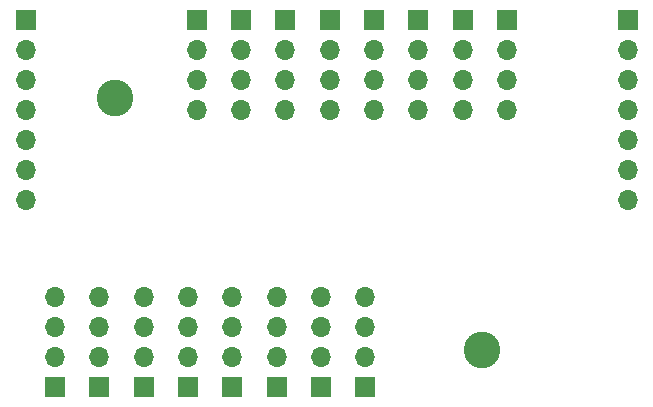
<source format=gbr>
%TF.GenerationSoftware,KiCad,Pcbnew,7.0.1*%
%TF.CreationDate,2024-10-11T19:25:02-04:00*%
%TF.ProjectId,BusChain,42757343-6861-4696-9e2e-6b696361645f,rev?*%
%TF.SameCoordinates,Original*%
%TF.FileFunction,Soldermask,Bot*%
%TF.FilePolarity,Negative*%
%FSLAX46Y46*%
G04 Gerber Fmt 4.6, Leading zero omitted, Abs format (unit mm)*
G04 Created by KiCad (PCBNEW 7.0.1) date 2024-10-11 19:25:02*
%MOMM*%
%LPD*%
G01*
G04 APERTURE LIST*
%ADD10C,3.100000*%
%ADD11R,1.700000X1.700000*%
%ADD12O,1.700000X1.700000*%
G04 APERTURE END LIST*
D10*
%TO.C,REF\u002A\u002A*%
X58100000Y-50000000D03*
%TD*%
%TO.C,REF\u002A\u002A*%
X27100000Y-28600000D03*
%TD*%
D11*
%TO.C,J4*%
X52750000Y-22000000D03*
D12*
X52750000Y-24540000D03*
X52750000Y-27080000D03*
X52750000Y-29620000D03*
%TD*%
D11*
%TO.C,J15*%
X40750000Y-53120000D03*
D12*
X40750000Y-50580000D03*
X40750000Y-48040000D03*
X40750000Y-45500000D03*
%TD*%
D11*
%TO.C,J8*%
X37750000Y-22000000D03*
D12*
X37750000Y-24540000D03*
X37750000Y-27080000D03*
X37750000Y-29620000D03*
%TD*%
D11*
%TO.C,J11*%
X25750000Y-53120000D03*
D12*
X25750000Y-50580000D03*
X25750000Y-48040000D03*
X25750000Y-45500000D03*
%TD*%
D11*
%TO.C,J5*%
X49000000Y-22000000D03*
D12*
X49000000Y-24540000D03*
X49000000Y-27080000D03*
X49000000Y-29620000D03*
%TD*%
D11*
%TO.C,J2*%
X60250000Y-22000000D03*
D12*
X60250000Y-24540000D03*
X60250000Y-27080000D03*
X60250000Y-29620000D03*
%TD*%
D11*
%TO.C,J7*%
X41500000Y-22000000D03*
D12*
X41500000Y-24540000D03*
X41500000Y-27080000D03*
X41500000Y-29620000D03*
%TD*%
D11*
%TO.C,J14*%
X37000000Y-53120000D03*
D12*
X37000000Y-50580000D03*
X37000000Y-48040000D03*
X37000000Y-45500000D03*
%TD*%
D11*
%TO.C,J16*%
X44500000Y-53120000D03*
D12*
X44500000Y-50580000D03*
X44500000Y-48040000D03*
X44500000Y-45500000D03*
%TD*%
D11*
%TO.C,J13*%
X33250000Y-53120000D03*
D12*
X33250000Y-50580000D03*
X33250000Y-48040000D03*
X33250000Y-45500000D03*
%TD*%
D11*
%TO.C,J10*%
X22000000Y-53120000D03*
D12*
X22000000Y-50580000D03*
X22000000Y-48040000D03*
X22000000Y-45500000D03*
%TD*%
D11*
%TO.C,J12*%
X29500000Y-53120000D03*
D12*
X29500000Y-50580000D03*
X29500000Y-48040000D03*
X29500000Y-45500000D03*
%TD*%
D11*
%TO.C,J3*%
X56500000Y-22000000D03*
D12*
X56500000Y-24540000D03*
X56500000Y-27080000D03*
X56500000Y-29620000D03*
%TD*%
D11*
%TO.C,J6*%
X45250000Y-22000000D03*
D12*
X45250000Y-24540000D03*
X45250000Y-27080000D03*
X45250000Y-29620000D03*
%TD*%
D11*
%TO.C,J17*%
X48250000Y-53120000D03*
D12*
X48250000Y-50580000D03*
X48250000Y-48040000D03*
X48250000Y-45500000D03*
%TD*%
D11*
%TO.C,J1*%
X19500000Y-22000000D03*
D12*
X19500000Y-24540000D03*
X19500000Y-27080000D03*
X19500000Y-29620000D03*
X19500000Y-32160000D03*
X19500000Y-34700000D03*
X19500000Y-37240000D03*
%TD*%
D11*
%TO.C,J18*%
X70500000Y-22000000D03*
D12*
X70500000Y-24540000D03*
X70500000Y-27080000D03*
X70500000Y-29620000D03*
X70500000Y-32160000D03*
X70500000Y-34700000D03*
X70500000Y-37240000D03*
%TD*%
D11*
%TO.C,J9*%
X34000000Y-22000000D03*
D12*
X34000000Y-24540000D03*
X34000000Y-27080000D03*
X34000000Y-29620000D03*
%TD*%
M02*

</source>
